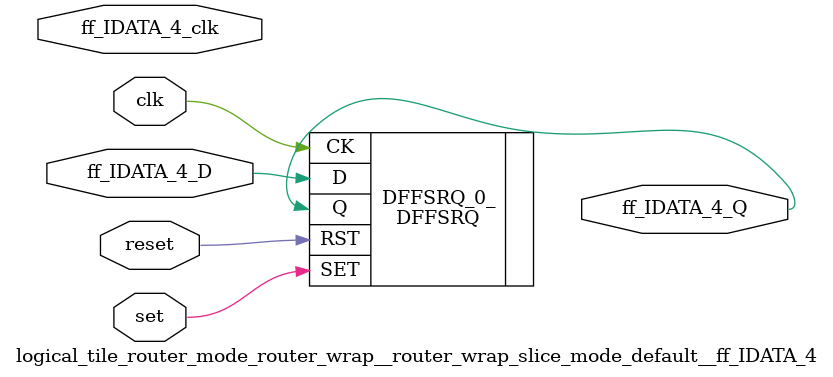
<source format=v>
`default_nettype none

module logical_tile_router_mode_router_wrap__router_wrap_slice_mode_default__ff_IDATA_4(set,
                                                                                        reset,
                                                                                        clk,
                                                                                        ff_IDATA_4_D,
                                                                                        ff_IDATA_4_Q,
                                                                                        ff_IDATA_4_clk);
//----- GLOBAL PORTS -----
input [0:0] set;
//----- GLOBAL PORTS -----
input [0:0] reset;
//----- GLOBAL PORTS -----
input [0:0] clk;
//----- INPUT PORTS -----
input [0:0] ff_IDATA_4_D;
//----- OUTPUT PORTS -----
output [0:0] ff_IDATA_4_Q;
//----- CLOCK PORTS -----
input [0:0] ff_IDATA_4_clk;

//----- BEGIN wire-connection ports -----
wire [0:0] ff_IDATA_4_D;
wire [0:0] ff_IDATA_4_Q;
wire [0:0] ff_IDATA_4_clk;
//----- END wire-connection ports -----


//----- BEGIN Registered ports -----
//----- END Registered ports -----



// ----- BEGIN Local short connections -----
// ----- END Local short connections -----
// ----- BEGIN Local output short connections -----
// ----- END Local output short connections -----

	DFFSRQ DFFSRQ_0_ (
		.SET(set),
		.RST(reset),
		.CK(clk),
		.D(ff_IDATA_4_D),
		.Q(ff_IDATA_4_Q));

endmodule
// ----- END Verilog module for logical_tile_router_mode_router_wrap__router_wrap_slice_mode_default__ff_IDATA_4 -----

//----- Default net type -----
`default_nettype wire




</source>
